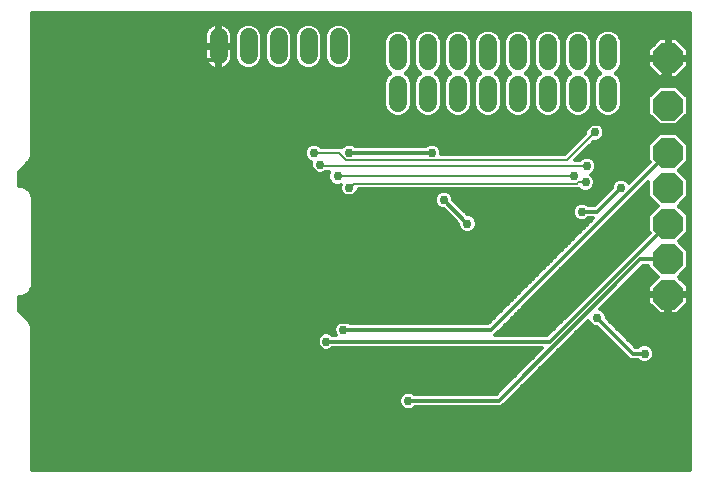
<source format=gbl>
G75*
%MOIN*%
%OFA0B0*%
%FSLAX25Y25*%
%IPPOS*%
%LPD*%
%AMOC8*
5,1,8,0,0,1.08239X$1,22.5*
%
%ADD10OC8,0.10000*%
%ADD11C,0.06000*%
%ADD12OC8,0.10050*%
%ADD13C,0.02978*%
%ADD14C,0.01200*%
%ADD15C,0.00600*%
D10*
X0229346Y0127705D03*
X0229346Y0143453D03*
D11*
X0209228Y0142421D02*
X0209228Y0148421D01*
X0199228Y0148421D02*
X0199228Y0142421D01*
X0199228Y0134642D02*
X0199228Y0128642D01*
X0209228Y0128642D02*
X0209228Y0134642D01*
X0189228Y0134642D02*
X0189228Y0128642D01*
X0179228Y0128642D02*
X0179228Y0134642D01*
X0169228Y0134642D02*
X0169228Y0128642D01*
X0159228Y0128642D02*
X0159228Y0134642D01*
X0149228Y0134642D02*
X0149228Y0128642D01*
X0139228Y0128642D02*
X0139228Y0134642D01*
X0139228Y0142421D02*
X0139228Y0148421D01*
X0149228Y0148421D02*
X0149228Y0142421D01*
X0159228Y0142421D02*
X0159228Y0148421D01*
X0169228Y0148421D02*
X0169228Y0142421D01*
X0179228Y0142421D02*
X0179228Y0148421D01*
X0189228Y0148421D02*
X0189228Y0142421D01*
X0119425Y0144390D02*
X0119425Y0150390D01*
X0109425Y0150390D02*
X0109425Y0144390D01*
X0099425Y0144390D02*
X0099425Y0150390D01*
X0089425Y0150390D02*
X0089425Y0144390D01*
X0079425Y0144390D02*
X0079425Y0150390D01*
D12*
X0229346Y0111957D03*
X0229346Y0100146D03*
X0229346Y0088335D03*
X0229346Y0076524D03*
X0229346Y0064713D03*
D13*
X0205724Y0056839D03*
X0221472Y0045028D03*
X0217535Y0037154D03*
X0205724Y0023374D03*
X0142732Y0029280D03*
X0142732Y0033134D03*
X0126984Y0041091D03*
X0115173Y0048965D03*
X0121079Y0052902D03*
X0125016Y0056839D03*
X0115173Y0033217D03*
X0081709Y0026330D03*
X0060055Y0025343D03*
X0056766Y0039198D03*
X0040370Y0037154D03*
X0123047Y0100146D03*
X0119110Y0104083D03*
X0113205Y0108020D03*
X0111236Y0111957D03*
X0123047Y0111957D03*
X0134728Y0115763D03*
X0150606Y0111957D03*
X0164386Y0121153D03*
X0142732Y0099305D03*
X0154543Y0096209D03*
X0162417Y0088335D03*
X0154543Y0080461D03*
X0162417Y0072587D03*
X0193913Y0072587D03*
X0202176Y0076524D03*
X0200577Y0092272D03*
X0201787Y0102114D03*
X0197850Y0104083D03*
X0202295Y0107512D03*
X0213598Y0100146D03*
X0204822Y0118765D03*
X0197850Y0119831D03*
X0056118Y0142969D03*
X0040370Y0141484D03*
D14*
X0017411Y0053817D02*
X0017411Y0006320D01*
X0236557Y0006320D01*
X0236557Y0158538D01*
X0017411Y0158538D01*
X0017411Y0111042D01*
X0016711Y0109351D01*
X0012811Y0105451D01*
X0012811Y0100959D01*
X0013756Y0100959D01*
X0015502Y0100236D01*
X0016838Y0098899D01*
X0017561Y0097153D01*
X0017561Y0067705D01*
X0016838Y0065959D01*
X0015502Y0064623D01*
X0013756Y0063900D01*
X0012811Y0063900D01*
X0012811Y0059407D01*
X0015417Y0056801D01*
X0016711Y0055507D01*
X0017411Y0053817D01*
X0017411Y0053256D02*
X0117990Y0053256D01*
X0117990Y0053516D02*
X0117990Y0052287D01*
X0118455Y0051165D01*
X0117342Y0051165D01*
X0116923Y0051583D01*
X0115788Y0052054D01*
X0114559Y0052054D01*
X0113423Y0051583D01*
X0112555Y0050714D01*
X0112084Y0049579D01*
X0112084Y0048350D01*
X0112555Y0047215D01*
X0113423Y0046346D01*
X0114559Y0045876D01*
X0115788Y0045876D01*
X0116923Y0046346D01*
X0117342Y0046765D01*
X0187211Y0046765D01*
X0171926Y0031480D01*
X0144901Y0031480D01*
X0144482Y0031898D01*
X0143347Y0032368D01*
X0142118Y0032368D01*
X0140983Y0031898D01*
X0140114Y0031029D01*
X0139643Y0029894D01*
X0139643Y0028665D01*
X0140114Y0027530D01*
X0140983Y0026661D01*
X0142118Y0026191D01*
X0143347Y0026191D01*
X0144482Y0026661D01*
X0144901Y0027080D01*
X0173748Y0027080D01*
X0175037Y0028368D01*
X0202711Y0056042D01*
X0203106Y0055089D01*
X0203975Y0054220D01*
X0205110Y0053750D01*
X0205702Y0053750D01*
X0215335Y0044116D01*
X0216624Y0042828D01*
X0219304Y0042828D01*
X0219723Y0042409D01*
X0220858Y0041939D01*
X0222087Y0041939D01*
X0223222Y0042409D01*
X0224091Y0043278D01*
X0224561Y0044413D01*
X0224561Y0045642D01*
X0224091Y0046777D01*
X0223222Y0047646D01*
X0222087Y0048117D01*
X0220858Y0048117D01*
X0219723Y0047646D01*
X0219304Y0047228D01*
X0218447Y0047228D01*
X0208813Y0056861D01*
X0208813Y0057453D01*
X0208343Y0058588D01*
X0207474Y0059457D01*
X0206521Y0059852D01*
X0220992Y0074324D01*
X0222721Y0074324D01*
X0222721Y0073779D01*
X0225883Y0070618D01*
X0222721Y0067457D01*
X0222721Y0065313D01*
X0228746Y0065313D01*
X0228746Y0064113D01*
X0222721Y0064113D01*
X0222721Y0061968D01*
X0226602Y0058088D01*
X0228746Y0058088D01*
X0228746Y0064113D01*
X0229946Y0064113D01*
X0229946Y0058088D01*
X0232091Y0058088D01*
X0235971Y0061968D01*
X0235971Y0064113D01*
X0229947Y0064113D01*
X0229947Y0065313D01*
X0235971Y0065313D01*
X0235971Y0067457D01*
X0232810Y0070618D01*
X0235971Y0073779D01*
X0235971Y0079268D01*
X0232810Y0082429D01*
X0235971Y0085590D01*
X0235971Y0091079D01*
X0232810Y0094240D01*
X0235971Y0097402D01*
X0235971Y0102890D01*
X0232810Y0106051D01*
X0235971Y0109213D01*
X0235971Y0114701D01*
X0232091Y0118582D01*
X0226602Y0118582D01*
X0222721Y0114701D01*
X0222721Y0109213D01*
X0223106Y0108828D01*
X0216196Y0101917D01*
X0215348Y0102764D01*
X0214213Y0103235D01*
X0212984Y0103235D01*
X0211849Y0102764D01*
X0210980Y0101895D01*
X0210509Y0100760D01*
X0210509Y0100168D01*
X0204813Y0094472D01*
X0202746Y0094472D01*
X0202327Y0094890D01*
X0201192Y0095361D01*
X0199963Y0095361D01*
X0198828Y0094890D01*
X0197959Y0094021D01*
X0197488Y0092886D01*
X0197488Y0091657D01*
X0197959Y0090522D01*
X0198828Y0089653D01*
X0199963Y0089183D01*
X0201192Y0089183D01*
X0202327Y0089653D01*
X0202746Y0090072D01*
X0204350Y0090072D01*
X0169380Y0055102D01*
X0123247Y0055102D01*
X0122828Y0055520D01*
X0121693Y0055991D01*
X0120464Y0055991D01*
X0119329Y0055520D01*
X0118460Y0054651D01*
X0117990Y0053516D01*
X0118379Y0054455D02*
X0017147Y0054455D01*
X0016564Y0055653D02*
X0119651Y0055653D01*
X0117996Y0055591D02*
X0112484Y0050078D01*
X0112484Y0047851D01*
X0115173Y0045162D01*
X0115173Y0033217D01*
X0115256Y0033134D01*
X0123047Y0033134D01*
X0126984Y0037071D01*
X0126984Y0041091D01*
X0123047Y0033134D02*
X0142732Y0033134D01*
X0140768Y0031683D02*
X0017411Y0031683D01*
X0017411Y0030485D02*
X0139888Y0030485D01*
X0139643Y0029286D02*
X0017411Y0029286D01*
X0017411Y0028088D02*
X0139882Y0028088D01*
X0140754Y0026889D02*
X0017411Y0026889D01*
X0017411Y0025691D02*
X0236557Y0025691D01*
X0236557Y0026889D02*
X0144710Y0026889D01*
X0142732Y0029280D02*
X0172837Y0029280D01*
X0220081Y0076524D01*
X0229346Y0076524D01*
X0235971Y0076028D02*
X0236557Y0076028D01*
X0236557Y0074830D02*
X0235971Y0074830D01*
X0235823Y0073631D02*
X0236557Y0073631D01*
X0236557Y0072433D02*
X0234625Y0072433D01*
X0233426Y0071234D02*
X0236557Y0071234D01*
X0236557Y0070036D02*
X0233393Y0070036D01*
X0234591Y0068837D02*
X0236557Y0068837D01*
X0236557Y0067639D02*
X0235790Y0067639D01*
X0235971Y0066440D02*
X0236557Y0066440D01*
X0236557Y0065242D02*
X0229947Y0065242D01*
X0229946Y0064043D02*
X0228746Y0064043D01*
X0228746Y0062845D02*
X0229946Y0062845D01*
X0229946Y0061646D02*
X0228746Y0061646D01*
X0228746Y0060448D02*
X0229946Y0060448D01*
X0229946Y0059249D02*
X0228746Y0059249D01*
X0225441Y0059249D02*
X0207682Y0059249D01*
X0207116Y0060448D02*
X0224242Y0060448D01*
X0223044Y0061646D02*
X0208315Y0061646D01*
X0209513Y0062845D02*
X0222721Y0062845D01*
X0222721Y0064043D02*
X0210712Y0064043D01*
X0211910Y0065242D02*
X0228746Y0065242D01*
X0224102Y0068837D02*
X0215506Y0068837D01*
X0216704Y0070036D02*
X0225300Y0070036D01*
X0225267Y0071234D02*
X0217903Y0071234D01*
X0219101Y0072433D02*
X0224068Y0072433D01*
X0222870Y0073631D02*
X0220300Y0073631D01*
X0215127Y0077227D02*
X0197728Y0077227D01*
X0197850Y0076524D02*
X0202176Y0076524D01*
X0200125Y0079624D02*
X0217524Y0079624D01*
X0218723Y0080822D02*
X0201323Y0080822D01*
X0202522Y0082021D02*
X0219921Y0082021D01*
X0221120Y0083219D02*
X0203720Y0083219D01*
X0204919Y0084418D02*
X0222318Y0084418D01*
X0223106Y0085206D02*
X0189065Y0051165D01*
X0171666Y0051165D01*
X0172491Y0051990D01*
X0222721Y0102220D01*
X0222721Y0097402D01*
X0225883Y0094240D01*
X0222721Y0091079D01*
X0222721Y0085590D01*
X0223106Y0085206D01*
X0222721Y0085616D02*
X0206117Y0085616D01*
X0207316Y0086815D02*
X0222721Y0086815D01*
X0222721Y0088013D02*
X0208514Y0088013D01*
X0209713Y0089212D02*
X0222721Y0089212D01*
X0222721Y0090410D02*
X0210911Y0090410D01*
X0212110Y0091609D02*
X0223251Y0091609D01*
X0224450Y0092807D02*
X0213308Y0092807D01*
X0214507Y0094006D02*
X0225648Y0094006D01*
X0224919Y0095204D02*
X0215705Y0095204D01*
X0216904Y0096403D02*
X0223720Y0096403D01*
X0222721Y0097601D02*
X0218102Y0097601D01*
X0219301Y0098800D02*
X0222721Y0098800D01*
X0222721Y0099998D02*
X0220499Y0099998D01*
X0221698Y0101197D02*
X0222721Y0101197D01*
X0219071Y0104792D02*
X0203800Y0104792D01*
X0203572Y0104698D02*
X0204045Y0104894D01*
X0204913Y0105763D01*
X0205384Y0106898D01*
X0205384Y0108127D01*
X0204913Y0109262D01*
X0204045Y0110131D01*
X0202909Y0110601D01*
X0201680Y0110601D01*
X0200545Y0110131D01*
X0199826Y0109412D01*
X0198156Y0109412D01*
X0204420Y0115676D01*
X0205436Y0115676D01*
X0206571Y0116146D01*
X0207440Y0117015D01*
X0207911Y0118150D01*
X0207911Y0119379D01*
X0207440Y0120515D01*
X0206571Y0121384D01*
X0205436Y0121854D01*
X0204207Y0121854D01*
X0203072Y0121384D01*
X0202203Y0120515D01*
X0201733Y0119379D01*
X0201733Y0118363D01*
X0194838Y0111468D01*
X0153695Y0111468D01*
X0153695Y0112571D01*
X0153225Y0113706D01*
X0152356Y0114575D01*
X0151221Y0115046D01*
X0149992Y0115046D01*
X0148857Y0114575D01*
X0148438Y0114157D01*
X0125216Y0114157D01*
X0124797Y0114575D01*
X0123662Y0115046D01*
X0122433Y0115046D01*
X0121297Y0114575D01*
X0120517Y0113795D01*
X0120456Y0113857D01*
X0113705Y0113857D01*
X0112986Y0114575D01*
X0111851Y0115046D01*
X0110622Y0115046D01*
X0109486Y0114575D01*
X0108618Y0113706D01*
X0108147Y0112571D01*
X0108147Y0111342D01*
X0108618Y0110207D01*
X0109486Y0109338D01*
X0110272Y0109012D01*
X0110116Y0108634D01*
X0110116Y0107405D01*
X0110586Y0106270D01*
X0111455Y0105401D01*
X0112590Y0104931D01*
X0113819Y0104931D01*
X0114954Y0105401D01*
X0115166Y0105612D01*
X0116400Y0105612D01*
X0116021Y0104697D01*
X0116021Y0103468D01*
X0116492Y0102333D01*
X0117360Y0101464D01*
X0118496Y0100994D01*
X0119725Y0100994D01*
X0120123Y0101159D01*
X0119958Y0100760D01*
X0119958Y0099531D01*
X0120429Y0098396D01*
X0121297Y0097527D01*
X0122433Y0097057D01*
X0123662Y0097057D01*
X0124797Y0097527D01*
X0125666Y0098396D01*
X0126136Y0099531D01*
X0126136Y0099794D01*
X0199627Y0099794D01*
X0199683Y0099850D01*
X0200038Y0099495D01*
X0201173Y0099025D01*
X0202402Y0099025D01*
X0203537Y0099495D01*
X0204406Y0100364D01*
X0204876Y0101500D01*
X0204876Y0102729D01*
X0204406Y0103864D01*
X0203572Y0104698D01*
X0204518Y0103594D02*
X0217872Y0103594D01*
X0216674Y0102395D02*
X0215717Y0102395D01*
X0211480Y0102395D02*
X0204876Y0102395D01*
X0204751Y0101197D02*
X0210690Y0101197D01*
X0210340Y0099998D02*
X0204040Y0099998D01*
X0207943Y0097601D02*
X0157310Y0097601D01*
X0157162Y0097958D02*
X0156293Y0098827D01*
X0155158Y0099298D01*
X0153929Y0099298D01*
X0152794Y0098827D01*
X0151925Y0097958D01*
X0151454Y0096823D01*
X0151454Y0095594D01*
X0151925Y0094459D01*
X0152794Y0093590D01*
X0153929Y0093120D01*
X0154521Y0093120D01*
X0159328Y0088312D01*
X0159328Y0087720D01*
X0159799Y0086585D01*
X0160668Y0085716D01*
X0161803Y0085246D01*
X0163032Y0085246D01*
X0164167Y0085716D01*
X0165036Y0086585D01*
X0165506Y0087720D01*
X0165506Y0088949D01*
X0165036Y0090084D01*
X0164167Y0090953D01*
X0163032Y0091424D01*
X0162440Y0091424D01*
X0157632Y0096231D01*
X0157632Y0096823D01*
X0157162Y0097958D01*
X0156321Y0098800D02*
X0209141Y0098800D01*
X0206744Y0096403D02*
X0157632Y0096403D01*
X0158659Y0095204D02*
X0199586Y0095204D01*
X0201569Y0095204D02*
X0205546Y0095204D01*
X0205724Y0092272D02*
X0200577Y0092272D01*
X0197488Y0092807D02*
X0161056Y0092807D01*
X0162254Y0091609D02*
X0197508Y0091609D01*
X0198070Y0090410D02*
X0164710Y0090410D01*
X0165397Y0089212D02*
X0199893Y0089212D01*
X0201262Y0089212D02*
X0203490Y0089212D01*
X0202292Y0088013D02*
X0165506Y0088013D01*
X0165131Y0086815D02*
X0201093Y0086815D01*
X0199895Y0085616D02*
X0163926Y0085616D01*
X0160908Y0085616D02*
X0017561Y0085616D01*
X0017561Y0084418D02*
X0198696Y0084418D01*
X0197498Y0083219D02*
X0017561Y0083219D01*
X0017561Y0082021D02*
X0196299Y0082021D01*
X0195101Y0080822D02*
X0017561Y0080822D01*
X0017561Y0079624D02*
X0193902Y0079624D01*
X0192704Y0078425D02*
X0017561Y0078425D01*
X0017561Y0077227D02*
X0191505Y0077227D01*
X0190307Y0076028D02*
X0017561Y0076028D01*
X0017561Y0074830D02*
X0189108Y0074830D01*
X0187910Y0073631D02*
X0017561Y0073631D01*
X0017561Y0072433D02*
X0186711Y0072433D01*
X0185513Y0071234D02*
X0017561Y0071234D01*
X0017561Y0070036D02*
X0184314Y0070036D01*
X0183116Y0068837D02*
X0017561Y0068837D01*
X0017534Y0067639D02*
X0181917Y0067639D01*
X0180719Y0066440D02*
X0017037Y0066440D01*
X0016120Y0065242D02*
X0179520Y0065242D01*
X0178322Y0064043D02*
X0014102Y0064043D01*
X0012811Y0062845D02*
X0177123Y0062845D01*
X0175925Y0061646D02*
X0012811Y0061646D01*
X0012811Y0060448D02*
X0174726Y0060448D01*
X0173528Y0059249D02*
X0012969Y0059249D01*
X0014167Y0058051D02*
X0172329Y0058051D01*
X0171130Y0056852D02*
X0015366Y0056852D01*
X0017411Y0052058D02*
X0118085Y0052058D01*
X0121079Y0052902D02*
X0170291Y0052902D01*
X0229346Y0111957D01*
X0233948Y0107189D02*
X0236557Y0107189D01*
X0236557Y0105991D02*
X0232870Y0105991D01*
X0234069Y0104792D02*
X0236557Y0104792D01*
X0236557Y0103594D02*
X0235267Y0103594D01*
X0235971Y0102395D02*
X0236557Y0102395D01*
X0236557Y0101197D02*
X0235971Y0101197D01*
X0235971Y0099998D02*
X0236557Y0099998D01*
X0236557Y0098800D02*
X0235971Y0098800D01*
X0235971Y0097601D02*
X0236557Y0097601D01*
X0236557Y0096403D02*
X0234973Y0096403D01*
X0233774Y0095204D02*
X0236557Y0095204D01*
X0236557Y0094006D02*
X0233044Y0094006D01*
X0234243Y0092807D02*
X0236557Y0092807D01*
X0236557Y0091609D02*
X0235441Y0091609D01*
X0235971Y0090410D02*
X0236557Y0090410D01*
X0236557Y0089212D02*
X0235971Y0089212D01*
X0235971Y0088013D02*
X0236557Y0088013D01*
X0236557Y0086815D02*
X0235971Y0086815D01*
X0235971Y0085616D02*
X0236557Y0085616D01*
X0236557Y0084418D02*
X0234799Y0084418D01*
X0233600Y0083219D02*
X0236557Y0083219D01*
X0236557Y0082021D02*
X0233218Y0082021D01*
X0234417Y0080822D02*
X0236557Y0080822D01*
X0236557Y0079624D02*
X0235616Y0079624D01*
X0235971Y0078425D02*
X0236557Y0078425D01*
X0236557Y0077227D02*
X0235971Y0077227D01*
X0222903Y0067639D02*
X0214307Y0067639D01*
X0213109Y0066440D02*
X0222721Y0066440D01*
X0211532Y0073631D02*
X0194132Y0073631D01*
X0193913Y0072587D02*
X0197850Y0076524D01*
X0196529Y0076028D02*
X0213929Y0076028D01*
X0212730Y0074830D02*
X0195331Y0074830D01*
X0192934Y0072433D02*
X0210333Y0072433D01*
X0209135Y0071234D02*
X0191735Y0071234D01*
X0190537Y0070036D02*
X0207936Y0070036D01*
X0206738Y0068837D02*
X0189338Y0068837D01*
X0188140Y0067639D02*
X0205539Y0067639D01*
X0204341Y0066440D02*
X0186941Y0066440D01*
X0185743Y0065242D02*
X0203142Y0065242D01*
X0201944Y0064043D02*
X0184544Y0064043D01*
X0183346Y0062845D02*
X0200745Y0062845D01*
X0199547Y0061646D02*
X0182147Y0061646D01*
X0180949Y0060448D02*
X0198348Y0060448D01*
X0197150Y0059249D02*
X0179750Y0059249D01*
X0178552Y0058051D02*
X0195951Y0058051D01*
X0194753Y0056852D02*
X0177353Y0056852D01*
X0176155Y0055653D02*
X0193554Y0055653D01*
X0192356Y0054455D02*
X0174956Y0054455D01*
X0173757Y0053256D02*
X0191157Y0053256D01*
X0189959Y0052058D02*
X0172559Y0052058D01*
X0169932Y0055653D02*
X0122507Y0055653D01*
X0123768Y0055591D02*
X0117996Y0055591D01*
X0123768Y0055591D02*
X0125016Y0056839D01*
X0115173Y0048965D02*
X0189976Y0048965D01*
X0229346Y0088335D01*
X0216326Y0078425D02*
X0198926Y0078425D01*
X0205724Y0092272D02*
X0213598Y0100146D01*
X0220269Y0105991D02*
X0205008Y0105991D01*
X0205384Y0107189D02*
X0221468Y0107189D01*
X0222666Y0108388D02*
X0205276Y0108388D01*
X0204589Y0109586D02*
X0222721Y0109586D01*
X0222721Y0110785D02*
X0199529Y0110785D01*
X0200000Y0109586D02*
X0198330Y0109586D01*
X0200727Y0111984D02*
X0222721Y0111984D01*
X0222721Y0113182D02*
X0201926Y0113182D01*
X0203124Y0114381D02*
X0222721Y0114381D01*
X0223600Y0115579D02*
X0204323Y0115579D01*
X0207203Y0116778D02*
X0224798Y0116778D01*
X0225997Y0117976D02*
X0207838Y0117976D01*
X0207911Y0119175D02*
X0236557Y0119175D01*
X0236557Y0120373D02*
X0207499Y0120373D01*
X0206118Y0121572D02*
X0226146Y0121572D01*
X0226613Y0121105D02*
X0232080Y0121105D01*
X0235946Y0124971D01*
X0235946Y0130439D01*
X0232080Y0134305D01*
X0226613Y0134305D01*
X0222746Y0130439D01*
X0222746Y0124971D01*
X0226613Y0121105D01*
X0224947Y0122770D02*
X0017411Y0122770D01*
X0017411Y0121572D02*
X0203526Y0121572D01*
X0203708Y0121454D02*
X0211285Y0121454D01*
X0229346Y0139516D01*
X0229346Y0143453D01*
X0228846Y0143145D02*
X0213828Y0143145D01*
X0213828Y0144343D02*
X0222746Y0144343D01*
X0222746Y0143953D02*
X0228846Y0143953D01*
X0228846Y0142953D01*
X0222746Y0142953D01*
X0222746Y0140719D01*
X0226613Y0136853D01*
X0228846Y0136853D01*
X0228846Y0142953D01*
X0229846Y0142953D01*
X0229846Y0136853D01*
X0232080Y0136853D01*
X0235946Y0140719D01*
X0235946Y0142953D01*
X0229847Y0142953D01*
X0229847Y0143953D01*
X0235946Y0143953D01*
X0235946Y0146187D01*
X0232080Y0150053D01*
X0229846Y0150053D01*
X0229846Y0143953D01*
X0228846Y0143953D01*
X0228846Y0150053D01*
X0226613Y0150053D01*
X0222746Y0146187D01*
X0222746Y0143953D01*
X0222746Y0145542D02*
X0213828Y0145542D01*
X0213828Y0146740D02*
X0223300Y0146740D01*
X0224499Y0147939D02*
X0213828Y0147939D01*
X0213828Y0149137D02*
X0225697Y0149137D01*
X0228846Y0149137D02*
X0229846Y0149137D01*
X0229846Y0147939D02*
X0228846Y0147939D01*
X0228846Y0146740D02*
X0229846Y0146740D01*
X0229846Y0145542D02*
X0228846Y0145542D01*
X0228846Y0144343D02*
X0229846Y0144343D01*
X0229847Y0143145D02*
X0236557Y0143145D01*
X0236557Y0144343D02*
X0235946Y0144343D01*
X0235946Y0145542D02*
X0236557Y0145542D01*
X0236557Y0146740D02*
X0235393Y0146740D01*
X0236557Y0147939D02*
X0234194Y0147939D01*
X0232996Y0149137D02*
X0236557Y0149137D01*
X0236557Y0150336D02*
X0213414Y0150336D01*
X0213128Y0151027D02*
X0211834Y0152321D01*
X0210143Y0153021D01*
X0208313Y0153021D01*
X0206623Y0152321D01*
X0205329Y0151027D01*
X0204628Y0149336D01*
X0204628Y0141506D01*
X0205329Y0139816D01*
X0206613Y0138531D01*
X0205329Y0137247D01*
X0204628Y0135557D01*
X0204628Y0127727D01*
X0205329Y0126036D01*
X0206623Y0124742D01*
X0208313Y0124042D01*
X0210143Y0124042D01*
X0211834Y0124742D01*
X0213128Y0126036D01*
X0213828Y0127727D01*
X0213828Y0135557D01*
X0213128Y0137247D01*
X0211844Y0138531D01*
X0213128Y0139816D01*
X0213828Y0141506D01*
X0213828Y0149336D01*
X0213128Y0151027D01*
X0212621Y0151534D02*
X0236557Y0151534D01*
X0236557Y0152733D02*
X0210839Y0152733D01*
X0207617Y0152733D02*
X0200839Y0152733D01*
X0200143Y0153021D02*
X0198313Y0153021D01*
X0196623Y0152321D01*
X0195329Y0151027D01*
X0194628Y0149336D01*
X0194628Y0141506D01*
X0195329Y0139816D01*
X0196613Y0138531D01*
X0195329Y0137247D01*
X0194628Y0135557D01*
X0194628Y0127727D01*
X0195329Y0126036D01*
X0196623Y0124742D01*
X0198313Y0124042D01*
X0200143Y0124042D01*
X0201834Y0124742D01*
X0203128Y0126036D01*
X0203828Y0127727D01*
X0203828Y0135557D01*
X0203128Y0137247D01*
X0201844Y0138531D01*
X0203128Y0139816D01*
X0203828Y0141506D01*
X0203828Y0149336D01*
X0203128Y0151027D01*
X0201834Y0152321D01*
X0200143Y0153021D01*
X0197617Y0152733D02*
X0190839Y0152733D01*
X0190143Y0153021D02*
X0188313Y0153021D01*
X0186623Y0152321D01*
X0185329Y0151027D01*
X0184628Y0149336D01*
X0184628Y0141506D01*
X0185329Y0139816D01*
X0186613Y0138531D01*
X0185329Y0137247D01*
X0184628Y0135557D01*
X0184628Y0127727D01*
X0185329Y0126036D01*
X0186623Y0124742D01*
X0188313Y0124042D01*
X0190143Y0124042D01*
X0191834Y0124742D01*
X0193128Y0126036D01*
X0193828Y0127727D01*
X0193828Y0135557D01*
X0193128Y0137247D01*
X0191844Y0138531D01*
X0193128Y0139816D01*
X0193828Y0141506D01*
X0193828Y0149336D01*
X0193128Y0151027D01*
X0191834Y0152321D01*
X0190143Y0153021D01*
X0187617Y0152733D02*
X0180839Y0152733D01*
X0180143Y0153021D02*
X0178313Y0153021D01*
X0176623Y0152321D01*
X0175329Y0151027D01*
X0174628Y0149336D01*
X0174628Y0141506D01*
X0175329Y0139816D01*
X0176613Y0138531D01*
X0175329Y0137247D01*
X0174628Y0135557D01*
X0174628Y0127727D01*
X0175329Y0126036D01*
X0176623Y0124742D01*
X0178313Y0124042D01*
X0180143Y0124042D01*
X0181834Y0124742D01*
X0183128Y0126036D01*
X0183828Y0127727D01*
X0183828Y0135557D01*
X0183128Y0137247D01*
X0181844Y0138531D01*
X0183128Y0139816D01*
X0183828Y0141506D01*
X0183828Y0149336D01*
X0183128Y0151027D01*
X0181834Y0152321D01*
X0180143Y0153021D01*
X0177617Y0152733D02*
X0170839Y0152733D01*
X0170143Y0153021D02*
X0168313Y0153021D01*
X0166623Y0152321D01*
X0165329Y0151027D01*
X0164628Y0149336D01*
X0164628Y0141506D01*
X0165329Y0139816D01*
X0166613Y0138531D01*
X0165329Y0137247D01*
X0164628Y0135557D01*
X0164628Y0127727D01*
X0165329Y0126036D01*
X0166623Y0124742D01*
X0168313Y0124042D01*
X0170143Y0124042D01*
X0171834Y0124742D01*
X0173128Y0126036D01*
X0173828Y0127727D01*
X0173828Y0135557D01*
X0173128Y0137247D01*
X0171844Y0138531D01*
X0173128Y0139816D01*
X0173828Y0141506D01*
X0173828Y0149336D01*
X0173128Y0151027D01*
X0171834Y0152321D01*
X0170143Y0153021D01*
X0167617Y0152733D02*
X0160839Y0152733D01*
X0160143Y0153021D02*
X0161834Y0152321D01*
X0163128Y0151027D01*
X0163828Y0149336D01*
X0163828Y0141506D01*
X0163128Y0139816D01*
X0161844Y0138531D01*
X0163128Y0137247D01*
X0163828Y0135557D01*
X0163828Y0127727D01*
X0163128Y0126036D01*
X0161834Y0124742D01*
X0160143Y0124042D01*
X0158313Y0124042D01*
X0156623Y0124742D01*
X0155329Y0126036D01*
X0154628Y0127727D01*
X0154628Y0135557D01*
X0155329Y0137247D01*
X0156613Y0138531D01*
X0155329Y0139816D01*
X0154628Y0141506D01*
X0154628Y0149336D01*
X0155329Y0151027D01*
X0156623Y0152321D01*
X0158313Y0153021D01*
X0160143Y0153021D01*
X0157617Y0152733D02*
X0150839Y0152733D01*
X0150143Y0153021D02*
X0151834Y0152321D01*
X0153128Y0151027D01*
X0153828Y0149336D01*
X0153828Y0141506D01*
X0153128Y0139816D01*
X0151844Y0138531D01*
X0153128Y0137247D01*
X0153828Y0135557D01*
X0153828Y0127727D01*
X0153128Y0126036D01*
X0151834Y0124742D01*
X0150143Y0124042D01*
X0148313Y0124042D01*
X0146623Y0124742D01*
X0145329Y0126036D01*
X0144628Y0127727D01*
X0144628Y0135557D01*
X0145329Y0137247D01*
X0146613Y0138531D01*
X0145329Y0139816D01*
X0144628Y0141506D01*
X0144628Y0149336D01*
X0145329Y0151027D01*
X0146623Y0152321D01*
X0148313Y0153021D01*
X0150143Y0153021D01*
X0147617Y0152733D02*
X0140839Y0152733D01*
X0140143Y0153021D02*
X0141834Y0152321D01*
X0143128Y0151027D01*
X0143828Y0149336D01*
X0143828Y0141506D01*
X0143128Y0139816D01*
X0141844Y0138531D01*
X0143128Y0137247D01*
X0143828Y0135557D01*
X0143828Y0127727D01*
X0143128Y0126036D01*
X0141834Y0124742D01*
X0140143Y0124042D01*
X0138313Y0124042D01*
X0136623Y0124742D01*
X0135329Y0126036D01*
X0134628Y0127727D01*
X0134628Y0135557D01*
X0135329Y0137247D01*
X0136613Y0138531D01*
X0135329Y0139816D01*
X0134628Y0141506D01*
X0134628Y0149336D01*
X0135329Y0151027D01*
X0136623Y0152321D01*
X0138313Y0153021D01*
X0140143Y0153021D01*
X0137617Y0152733D02*
X0123434Y0152733D01*
X0123325Y0152995D02*
X0122031Y0154289D01*
X0120340Y0154990D01*
X0118510Y0154990D01*
X0116820Y0154289D01*
X0115526Y0152995D01*
X0114825Y0151305D01*
X0114825Y0143475D01*
X0115526Y0141784D01*
X0116820Y0140490D01*
X0118510Y0139790D01*
X0120340Y0139790D01*
X0122031Y0140490D01*
X0123325Y0141784D01*
X0124025Y0143475D01*
X0124025Y0151305D01*
X0123325Y0152995D01*
X0122389Y0153931D02*
X0236557Y0153931D01*
X0236557Y0155130D02*
X0017411Y0155130D01*
X0017411Y0156328D02*
X0236557Y0156328D01*
X0236557Y0157527D02*
X0017411Y0157527D01*
X0017411Y0153931D02*
X0076474Y0153931D01*
X0076428Y0153898D02*
X0075917Y0153386D01*
X0075491Y0152801D01*
X0075162Y0152156D01*
X0074938Y0151467D01*
X0074825Y0150752D01*
X0074825Y0147790D01*
X0079025Y0147790D01*
X0079025Y0154984D01*
X0078348Y0154876D01*
X0077659Y0154653D01*
X0077014Y0154324D01*
X0076428Y0153898D01*
X0075456Y0152733D02*
X0017411Y0152733D01*
X0017411Y0151534D02*
X0074960Y0151534D01*
X0074825Y0150336D02*
X0017411Y0150336D01*
X0017411Y0149137D02*
X0074825Y0149137D01*
X0074825Y0147939D02*
X0017411Y0147939D01*
X0017411Y0146740D02*
X0074825Y0146740D01*
X0074825Y0146990D02*
X0074825Y0144028D01*
X0074938Y0143313D01*
X0075162Y0142624D01*
X0075491Y0141979D01*
X0075917Y0141393D01*
X0076428Y0140881D01*
X0077014Y0140455D01*
X0077659Y0140127D01*
X0078348Y0139903D01*
X0079025Y0139796D01*
X0079025Y0146990D01*
X0074825Y0146990D01*
X0074825Y0145542D02*
X0017411Y0145542D01*
X0017411Y0144343D02*
X0074825Y0144343D01*
X0074993Y0143145D02*
X0017411Y0143145D01*
X0017411Y0141946D02*
X0075515Y0141946D01*
X0076612Y0140748D02*
X0017411Y0140748D01*
X0017411Y0139549D02*
X0135595Y0139549D01*
X0134943Y0140748D02*
X0122289Y0140748D01*
X0123392Y0141946D02*
X0134628Y0141946D01*
X0134628Y0143145D02*
X0123889Y0143145D01*
X0124025Y0144343D02*
X0134628Y0144343D01*
X0134628Y0145542D02*
X0124025Y0145542D01*
X0124025Y0146740D02*
X0134628Y0146740D01*
X0134628Y0147939D02*
X0124025Y0147939D01*
X0124025Y0149137D02*
X0134628Y0149137D01*
X0135042Y0150336D02*
X0124025Y0150336D01*
X0123930Y0151534D02*
X0135836Y0151534D01*
X0142621Y0151534D02*
X0145836Y0151534D01*
X0145042Y0150336D02*
X0143414Y0150336D01*
X0143828Y0149137D02*
X0144628Y0149137D01*
X0144628Y0147939D02*
X0143828Y0147939D01*
X0143828Y0146740D02*
X0144628Y0146740D01*
X0144628Y0145542D02*
X0143828Y0145542D01*
X0143828Y0144343D02*
X0144628Y0144343D01*
X0144628Y0143145D02*
X0143828Y0143145D01*
X0143828Y0141946D02*
X0144628Y0141946D01*
X0144943Y0140748D02*
X0143514Y0140748D01*
X0142862Y0139549D02*
X0145595Y0139549D01*
X0146432Y0138351D02*
X0142025Y0138351D01*
X0143167Y0137152D02*
X0145289Y0137152D01*
X0144793Y0135954D02*
X0143664Y0135954D01*
X0143828Y0134755D02*
X0144628Y0134755D01*
X0144628Y0133557D02*
X0143828Y0133557D01*
X0143828Y0132358D02*
X0144628Y0132358D01*
X0144628Y0131160D02*
X0143828Y0131160D01*
X0143828Y0129961D02*
X0144628Y0129961D01*
X0144628Y0128763D02*
X0143828Y0128763D01*
X0143761Y0127564D02*
X0144696Y0127564D01*
X0145192Y0126366D02*
X0143265Y0126366D01*
X0142259Y0125167D02*
X0146198Y0125167D01*
X0152259Y0125167D02*
X0156198Y0125167D01*
X0155192Y0126366D02*
X0153265Y0126366D01*
X0153761Y0127564D02*
X0154696Y0127564D01*
X0154628Y0128763D02*
X0153828Y0128763D01*
X0153828Y0129961D02*
X0154628Y0129961D01*
X0154628Y0131160D02*
X0153828Y0131160D01*
X0153828Y0132358D02*
X0154628Y0132358D01*
X0154628Y0133557D02*
X0153828Y0133557D01*
X0153828Y0134755D02*
X0154628Y0134755D01*
X0154793Y0135954D02*
X0153664Y0135954D01*
X0153167Y0137152D02*
X0155289Y0137152D01*
X0156432Y0138351D02*
X0152025Y0138351D01*
X0152862Y0139549D02*
X0155595Y0139549D01*
X0154943Y0140748D02*
X0153514Y0140748D01*
X0153828Y0141946D02*
X0154628Y0141946D01*
X0154628Y0143145D02*
X0153828Y0143145D01*
X0153828Y0144343D02*
X0154628Y0144343D01*
X0154628Y0145542D02*
X0153828Y0145542D01*
X0153828Y0146740D02*
X0154628Y0146740D01*
X0154628Y0147939D02*
X0153828Y0147939D01*
X0153828Y0149137D02*
X0154628Y0149137D01*
X0155042Y0150336D02*
X0153414Y0150336D01*
X0152621Y0151534D02*
X0155836Y0151534D01*
X0162621Y0151534D02*
X0165836Y0151534D01*
X0165042Y0150336D02*
X0163414Y0150336D01*
X0163828Y0149137D02*
X0164628Y0149137D01*
X0164628Y0147939D02*
X0163828Y0147939D01*
X0163828Y0146740D02*
X0164628Y0146740D01*
X0164628Y0145542D02*
X0163828Y0145542D01*
X0163828Y0144343D02*
X0164628Y0144343D01*
X0164628Y0143145D02*
X0163828Y0143145D01*
X0163828Y0141946D02*
X0164628Y0141946D01*
X0164943Y0140748D02*
X0163514Y0140748D01*
X0162862Y0139549D02*
X0165595Y0139549D01*
X0166432Y0138351D02*
X0162025Y0138351D01*
X0163167Y0137152D02*
X0165289Y0137152D01*
X0164793Y0135954D02*
X0163664Y0135954D01*
X0163828Y0134755D02*
X0164628Y0134755D01*
X0164628Y0133557D02*
X0163828Y0133557D01*
X0163828Y0132358D02*
X0164628Y0132358D01*
X0164628Y0131160D02*
X0163828Y0131160D01*
X0163828Y0129961D02*
X0164628Y0129961D01*
X0164628Y0128763D02*
X0163828Y0128763D01*
X0163761Y0127564D02*
X0164696Y0127564D01*
X0165192Y0126366D02*
X0163265Y0126366D01*
X0162259Y0125167D02*
X0166198Y0125167D01*
X0164386Y0121153D02*
X0158996Y0115763D01*
X0134728Y0115763D01*
X0124992Y0114381D02*
X0148662Y0114381D01*
X0152551Y0114381D02*
X0197750Y0114381D01*
X0198949Y0115579D02*
X0017411Y0115579D01*
X0017411Y0114381D02*
X0109292Y0114381D01*
X0108400Y0113182D02*
X0017411Y0113182D01*
X0017411Y0111984D02*
X0108147Y0111984D01*
X0108378Y0110785D02*
X0017305Y0110785D01*
X0016808Y0109586D02*
X0109238Y0109586D01*
X0110116Y0108388D02*
X0015748Y0108388D01*
X0014549Y0107189D02*
X0110205Y0107189D01*
X0110865Y0105991D02*
X0013351Y0105991D01*
X0012811Y0104792D02*
X0116061Y0104792D01*
X0116021Y0103594D02*
X0012811Y0103594D01*
X0012811Y0102395D02*
X0116466Y0102395D01*
X0118005Y0101197D02*
X0012811Y0101197D01*
X0015739Y0099998D02*
X0119958Y0099998D01*
X0120261Y0098800D02*
X0016879Y0098800D01*
X0017375Y0097601D02*
X0121223Y0097601D01*
X0119831Y0097457D02*
X0079425Y0137862D01*
X0079425Y0143453D01*
X0078942Y0142969D01*
X0056118Y0142969D01*
X0054633Y0141484D01*
X0040370Y0141484D01*
X0055635Y0143453D02*
X0056118Y0142969D01*
X0079025Y0143145D02*
X0079825Y0143145D01*
X0079425Y0143453D02*
X0079425Y0147390D01*
X0079025Y0147790D02*
X0079025Y0146990D01*
X0079825Y0146990D01*
X0079825Y0147790D01*
X0079025Y0147790D01*
X0079025Y0147939D02*
X0079825Y0147939D01*
X0079825Y0147790D02*
X0079825Y0154984D01*
X0080502Y0154876D01*
X0081191Y0154653D01*
X0081836Y0154324D01*
X0082422Y0153898D01*
X0082934Y0153386D01*
X0083359Y0152801D01*
X0083688Y0152156D01*
X0083912Y0151467D01*
X0084025Y0150752D01*
X0084025Y0147790D01*
X0079825Y0147790D01*
X0079825Y0146990D02*
X0084025Y0146990D01*
X0084025Y0144028D01*
X0083912Y0143313D01*
X0083688Y0142624D01*
X0083359Y0141979D01*
X0082934Y0141393D01*
X0082422Y0140881D01*
X0081836Y0140455D01*
X0081191Y0140127D01*
X0080502Y0139903D01*
X0079825Y0139796D01*
X0079825Y0146990D01*
X0079825Y0146740D02*
X0079025Y0146740D01*
X0079025Y0145542D02*
X0079825Y0145542D01*
X0079825Y0144343D02*
X0079025Y0144343D01*
X0079025Y0141946D02*
X0079825Y0141946D01*
X0079825Y0140748D02*
X0079025Y0140748D01*
X0082238Y0140748D02*
X0086562Y0140748D01*
X0086820Y0140490D02*
X0088510Y0139790D01*
X0090340Y0139790D01*
X0092031Y0140490D01*
X0093325Y0141784D01*
X0094025Y0143475D01*
X0094025Y0151305D01*
X0093325Y0152995D01*
X0092031Y0154289D01*
X0090340Y0154990D01*
X0088510Y0154990D01*
X0086820Y0154289D01*
X0085526Y0152995D01*
X0084825Y0151305D01*
X0084825Y0143475D01*
X0085526Y0141784D01*
X0086820Y0140490D01*
X0085458Y0141946D02*
X0083336Y0141946D01*
X0083857Y0143145D02*
X0084962Y0143145D01*
X0084825Y0144343D02*
X0084025Y0144343D01*
X0084025Y0145542D02*
X0084825Y0145542D01*
X0084825Y0146740D02*
X0084025Y0146740D01*
X0084025Y0147939D02*
X0084825Y0147939D01*
X0084825Y0149137D02*
X0084025Y0149137D01*
X0084025Y0150336D02*
X0084825Y0150336D01*
X0084920Y0151534D02*
X0083890Y0151534D01*
X0083394Y0152733D02*
X0085417Y0152733D01*
X0086461Y0153931D02*
X0082377Y0153931D01*
X0079825Y0153931D02*
X0079025Y0153931D01*
X0079025Y0152733D02*
X0079825Y0152733D01*
X0079825Y0151534D02*
X0079025Y0151534D01*
X0079025Y0150336D02*
X0079825Y0150336D01*
X0079825Y0149137D02*
X0079025Y0149137D01*
X0092389Y0153931D02*
X0096461Y0153931D01*
X0096820Y0154289D02*
X0095526Y0152995D01*
X0094825Y0151305D01*
X0094825Y0143475D01*
X0095526Y0141784D01*
X0096820Y0140490D01*
X0098510Y0139790D01*
X0100340Y0139790D01*
X0102031Y0140490D01*
X0103325Y0141784D01*
X0104025Y0143475D01*
X0104025Y0151305D01*
X0103325Y0152995D01*
X0102031Y0154289D01*
X0100340Y0154990D01*
X0098510Y0154990D01*
X0096820Y0154289D01*
X0095417Y0152733D02*
X0093434Y0152733D01*
X0093930Y0151534D02*
X0094920Y0151534D01*
X0094825Y0150336D02*
X0094025Y0150336D01*
X0094025Y0149137D02*
X0094825Y0149137D01*
X0094825Y0147939D02*
X0094025Y0147939D01*
X0094025Y0146740D02*
X0094825Y0146740D01*
X0094825Y0145542D02*
X0094025Y0145542D01*
X0094025Y0144343D02*
X0094825Y0144343D01*
X0094962Y0143145D02*
X0093889Y0143145D01*
X0093392Y0141946D02*
X0095458Y0141946D01*
X0096562Y0140748D02*
X0092289Y0140748D01*
X0102289Y0140748D02*
X0106562Y0140748D01*
X0106820Y0140490D02*
X0105526Y0141784D01*
X0104825Y0143475D01*
X0104825Y0151305D01*
X0105526Y0152995D01*
X0106820Y0154289D01*
X0108510Y0154990D01*
X0110340Y0154990D01*
X0112031Y0154289D01*
X0113325Y0152995D01*
X0114025Y0151305D01*
X0114025Y0143475D01*
X0113325Y0141784D01*
X0112031Y0140490D01*
X0110340Y0139790D01*
X0108510Y0139790D01*
X0106820Y0140490D01*
X0105458Y0141946D02*
X0103392Y0141946D01*
X0103889Y0143145D02*
X0104962Y0143145D01*
X0104825Y0144343D02*
X0104025Y0144343D01*
X0104025Y0145542D02*
X0104825Y0145542D01*
X0104825Y0146740D02*
X0104025Y0146740D01*
X0104025Y0147939D02*
X0104825Y0147939D01*
X0104825Y0149137D02*
X0104025Y0149137D01*
X0104025Y0150336D02*
X0104825Y0150336D01*
X0104920Y0151534D02*
X0103930Y0151534D01*
X0103434Y0152733D02*
X0105417Y0152733D01*
X0106461Y0153931D02*
X0102389Y0153931D01*
X0112389Y0153931D02*
X0116461Y0153931D01*
X0115417Y0152733D02*
X0113434Y0152733D01*
X0113930Y0151534D02*
X0114920Y0151534D01*
X0114825Y0150336D02*
X0114025Y0150336D01*
X0114025Y0149137D02*
X0114825Y0149137D01*
X0114825Y0147939D02*
X0114025Y0147939D01*
X0114025Y0146740D02*
X0114825Y0146740D01*
X0114825Y0145542D02*
X0114025Y0145542D01*
X0114025Y0144343D02*
X0114825Y0144343D01*
X0114962Y0143145D02*
X0113889Y0143145D01*
X0113392Y0141946D02*
X0115458Y0141946D01*
X0116562Y0140748D02*
X0112289Y0140748D01*
X0134793Y0135954D02*
X0017411Y0135954D01*
X0017411Y0137152D02*
X0135289Y0137152D01*
X0136432Y0138351D02*
X0017411Y0138351D01*
X0017411Y0134755D02*
X0134628Y0134755D01*
X0134628Y0133557D02*
X0017411Y0133557D01*
X0017411Y0132358D02*
X0134628Y0132358D01*
X0134628Y0131160D02*
X0017411Y0131160D01*
X0017411Y0129961D02*
X0134628Y0129961D01*
X0134628Y0128763D02*
X0017411Y0128763D01*
X0017411Y0127564D02*
X0134696Y0127564D01*
X0135192Y0126366D02*
X0017411Y0126366D01*
X0017411Y0125167D02*
X0136198Y0125167D01*
X0121103Y0114381D02*
X0113181Y0114381D01*
X0123047Y0111957D02*
X0150606Y0111957D01*
X0153695Y0111984D02*
X0195353Y0111984D01*
X0196552Y0113182D02*
X0153442Y0113182D01*
X0164386Y0121153D02*
X0165708Y0119831D01*
X0197850Y0119831D01*
X0202085Y0119831D01*
X0203708Y0121454D01*
X0202144Y0120373D02*
X0017411Y0120373D01*
X0017411Y0119175D02*
X0201733Y0119175D01*
X0201346Y0117976D02*
X0017411Y0117976D01*
X0017411Y0116778D02*
X0200147Y0116778D01*
X0202259Y0125167D02*
X0206198Y0125167D01*
X0205192Y0126366D02*
X0203265Y0126366D01*
X0203761Y0127564D02*
X0204696Y0127564D01*
X0204628Y0128763D02*
X0203828Y0128763D01*
X0203828Y0129961D02*
X0204628Y0129961D01*
X0204628Y0131160D02*
X0203828Y0131160D01*
X0203828Y0132358D02*
X0204628Y0132358D01*
X0204628Y0133557D02*
X0203828Y0133557D01*
X0203828Y0134755D02*
X0204628Y0134755D01*
X0204793Y0135954D02*
X0203664Y0135954D01*
X0203167Y0137152D02*
X0205289Y0137152D01*
X0206432Y0138351D02*
X0202025Y0138351D01*
X0202862Y0139549D02*
X0205595Y0139549D01*
X0204943Y0140748D02*
X0203514Y0140748D01*
X0203828Y0141946D02*
X0204628Y0141946D01*
X0204628Y0143145D02*
X0203828Y0143145D01*
X0203828Y0144343D02*
X0204628Y0144343D01*
X0204628Y0145542D02*
X0203828Y0145542D01*
X0203828Y0146740D02*
X0204628Y0146740D01*
X0204628Y0147939D02*
X0203828Y0147939D01*
X0203828Y0149137D02*
X0204628Y0149137D01*
X0205042Y0150336D02*
X0203414Y0150336D01*
X0202621Y0151534D02*
X0205836Y0151534D01*
X0195836Y0151534D02*
X0192621Y0151534D01*
X0193414Y0150336D02*
X0195042Y0150336D01*
X0194628Y0149137D02*
X0193828Y0149137D01*
X0193828Y0147939D02*
X0194628Y0147939D01*
X0194628Y0146740D02*
X0193828Y0146740D01*
X0193828Y0145542D02*
X0194628Y0145542D01*
X0194628Y0144343D02*
X0193828Y0144343D01*
X0193828Y0143145D02*
X0194628Y0143145D01*
X0194628Y0141946D02*
X0193828Y0141946D01*
X0193514Y0140748D02*
X0194943Y0140748D01*
X0195595Y0139549D02*
X0192862Y0139549D01*
X0192025Y0138351D02*
X0196432Y0138351D01*
X0195289Y0137152D02*
X0193167Y0137152D01*
X0193664Y0135954D02*
X0194793Y0135954D01*
X0194628Y0134755D02*
X0193828Y0134755D01*
X0193828Y0133557D02*
X0194628Y0133557D01*
X0194628Y0132358D02*
X0193828Y0132358D01*
X0193828Y0131160D02*
X0194628Y0131160D01*
X0194628Y0129961D02*
X0193828Y0129961D01*
X0193828Y0128763D02*
X0194628Y0128763D01*
X0194696Y0127564D02*
X0193761Y0127564D01*
X0193265Y0126366D02*
X0195192Y0126366D01*
X0196198Y0125167D02*
X0192259Y0125167D01*
X0186198Y0125167D02*
X0182259Y0125167D01*
X0183265Y0126366D02*
X0185192Y0126366D01*
X0184696Y0127564D02*
X0183761Y0127564D01*
X0183828Y0128763D02*
X0184628Y0128763D01*
X0184628Y0129961D02*
X0183828Y0129961D01*
X0183828Y0131160D02*
X0184628Y0131160D01*
X0184628Y0132358D02*
X0183828Y0132358D01*
X0183828Y0133557D02*
X0184628Y0133557D01*
X0184628Y0134755D02*
X0183828Y0134755D01*
X0183664Y0135954D02*
X0184793Y0135954D01*
X0185289Y0137152D02*
X0183167Y0137152D01*
X0182025Y0138351D02*
X0186432Y0138351D01*
X0185595Y0139549D02*
X0182862Y0139549D01*
X0183514Y0140748D02*
X0184943Y0140748D01*
X0184628Y0141946D02*
X0183828Y0141946D01*
X0183828Y0143145D02*
X0184628Y0143145D01*
X0184628Y0144343D02*
X0183828Y0144343D01*
X0183828Y0145542D02*
X0184628Y0145542D01*
X0184628Y0146740D02*
X0183828Y0146740D01*
X0183828Y0147939D02*
X0184628Y0147939D01*
X0184628Y0149137D02*
X0183828Y0149137D01*
X0183414Y0150336D02*
X0185042Y0150336D01*
X0185836Y0151534D02*
X0182621Y0151534D01*
X0175836Y0151534D02*
X0172621Y0151534D01*
X0173414Y0150336D02*
X0175042Y0150336D01*
X0174628Y0149137D02*
X0173828Y0149137D01*
X0173828Y0147939D02*
X0174628Y0147939D01*
X0174628Y0146740D02*
X0173828Y0146740D01*
X0173828Y0145542D02*
X0174628Y0145542D01*
X0174628Y0144343D02*
X0173828Y0144343D01*
X0173828Y0143145D02*
X0174628Y0143145D01*
X0174628Y0141946D02*
X0173828Y0141946D01*
X0173514Y0140748D02*
X0174943Y0140748D01*
X0175595Y0139549D02*
X0172862Y0139549D01*
X0172025Y0138351D02*
X0176432Y0138351D01*
X0175289Y0137152D02*
X0173167Y0137152D01*
X0173664Y0135954D02*
X0174793Y0135954D01*
X0174628Y0134755D02*
X0173828Y0134755D01*
X0173828Y0133557D02*
X0174628Y0133557D01*
X0174628Y0132358D02*
X0173828Y0132358D01*
X0173828Y0131160D02*
X0174628Y0131160D01*
X0174628Y0129961D02*
X0173828Y0129961D01*
X0173828Y0128763D02*
X0174628Y0128763D01*
X0174696Y0127564D02*
X0173761Y0127564D01*
X0173265Y0126366D02*
X0175192Y0126366D01*
X0176198Y0125167D02*
X0172259Y0125167D01*
X0142732Y0099305D02*
X0154543Y0087494D01*
X0154543Y0080461D01*
X0162417Y0072587D01*
X0159703Y0086815D02*
X0017561Y0086815D01*
X0017561Y0088013D02*
X0159328Y0088013D01*
X0158429Y0089212D02*
X0017561Y0089212D01*
X0017561Y0090410D02*
X0157230Y0090410D01*
X0156032Y0091609D02*
X0017561Y0091609D01*
X0017561Y0092807D02*
X0154833Y0092807D01*
X0152378Y0094006D02*
X0017561Y0094006D01*
X0017561Y0095204D02*
X0151616Y0095204D01*
X0151454Y0096403D02*
X0017561Y0096403D01*
X0017411Y0123969D02*
X0223749Y0123969D01*
X0222746Y0125167D02*
X0212259Y0125167D01*
X0213265Y0126366D02*
X0222746Y0126366D01*
X0222746Y0127564D02*
X0213761Y0127564D01*
X0213828Y0128763D02*
X0222746Y0128763D01*
X0222746Y0129961D02*
X0213828Y0129961D01*
X0213828Y0131160D02*
X0223468Y0131160D01*
X0224666Y0132358D02*
X0213828Y0132358D01*
X0213828Y0133557D02*
X0225865Y0133557D01*
X0226313Y0137152D02*
X0213167Y0137152D01*
X0213664Y0135954D02*
X0236557Y0135954D01*
X0236557Y0137152D02*
X0232380Y0137152D01*
X0233578Y0138351D02*
X0236557Y0138351D01*
X0236557Y0139549D02*
X0234777Y0139549D01*
X0235946Y0140748D02*
X0236557Y0140748D01*
X0236557Y0141946D02*
X0235946Y0141946D01*
X0229846Y0141946D02*
X0228846Y0141946D01*
X0228846Y0140748D02*
X0229846Y0140748D01*
X0229846Y0139549D02*
X0228846Y0139549D01*
X0228846Y0138351D02*
X0229846Y0138351D01*
X0229846Y0137152D02*
X0228846Y0137152D01*
X0225115Y0138351D02*
X0212025Y0138351D01*
X0212862Y0139549D02*
X0223916Y0139549D01*
X0222746Y0140748D02*
X0213514Y0140748D01*
X0213828Y0141946D02*
X0222746Y0141946D01*
X0213828Y0134755D02*
X0236557Y0134755D01*
X0236557Y0133557D02*
X0232828Y0133557D01*
X0234027Y0132358D02*
X0236557Y0132358D01*
X0236557Y0131160D02*
X0235225Y0131160D01*
X0235946Y0129961D02*
X0236557Y0129961D01*
X0236557Y0128763D02*
X0235946Y0128763D01*
X0235946Y0127564D02*
X0236557Y0127564D01*
X0236557Y0126366D02*
X0235946Y0126366D01*
X0235946Y0125167D02*
X0236557Y0125167D01*
X0236557Y0123969D02*
X0234944Y0123969D01*
X0233746Y0122770D02*
X0236557Y0122770D01*
X0236557Y0121572D02*
X0232547Y0121572D01*
X0232696Y0117976D02*
X0236557Y0117976D01*
X0236557Y0116778D02*
X0233895Y0116778D01*
X0235093Y0115579D02*
X0236557Y0115579D01*
X0236557Y0114381D02*
X0235971Y0114381D01*
X0235971Y0113182D02*
X0236557Y0113182D01*
X0236557Y0111984D02*
X0235971Y0111984D01*
X0235971Y0110785D02*
X0236557Y0110785D01*
X0236557Y0109586D02*
X0235971Y0109586D01*
X0236557Y0108388D02*
X0235147Y0108388D01*
X0197952Y0094006D02*
X0159857Y0094006D01*
X0154543Y0096209D02*
X0162417Y0088335D01*
X0151777Y0097601D02*
X0124871Y0097601D01*
X0124161Y0097457D02*
X0119831Y0097457D01*
X0124161Y0097457D02*
X0126009Y0099305D01*
X0142732Y0099305D01*
X0152766Y0098800D02*
X0125833Y0098800D01*
X0112700Y0050859D02*
X0017411Y0050859D01*
X0017411Y0049661D02*
X0112118Y0049661D01*
X0112084Y0048462D02*
X0017411Y0048462D01*
X0017411Y0047264D02*
X0112534Y0047264D01*
X0114101Y0046065D02*
X0017411Y0046065D01*
X0017411Y0044867D02*
X0185313Y0044867D01*
X0186512Y0046065D02*
X0116246Y0046065D01*
X0144697Y0031683D02*
X0172129Y0031683D01*
X0173328Y0032882D02*
X0017411Y0032882D01*
X0017411Y0034080D02*
X0174526Y0034080D01*
X0175725Y0035279D02*
X0017411Y0035279D01*
X0017411Y0036477D02*
X0176923Y0036477D01*
X0178122Y0037676D02*
X0017411Y0037676D01*
X0017411Y0038874D02*
X0179320Y0038874D01*
X0180519Y0040073D02*
X0017411Y0040073D01*
X0017411Y0041271D02*
X0181717Y0041271D01*
X0182916Y0042470D02*
X0017411Y0042470D01*
X0017411Y0043668D02*
X0184115Y0043668D01*
X0186741Y0040073D02*
X0236557Y0040073D01*
X0236557Y0041271D02*
X0187940Y0041271D01*
X0189139Y0042470D02*
X0219662Y0042470D01*
X0223283Y0042470D02*
X0236557Y0042470D01*
X0236557Y0043668D02*
X0224253Y0043668D01*
X0224561Y0044867D02*
X0236557Y0044867D01*
X0236557Y0046065D02*
X0224386Y0046065D01*
X0223605Y0047264D02*
X0236557Y0047264D01*
X0236557Y0048462D02*
X0217212Y0048462D01*
X0218410Y0047264D02*
X0219340Y0047264D01*
X0217535Y0045028D02*
X0221472Y0045028D01*
X0217535Y0045028D02*
X0205724Y0056839D01*
X0202872Y0055653D02*
X0202322Y0055653D01*
X0201124Y0054455D02*
X0203740Y0054455D01*
X0206195Y0053256D02*
X0199925Y0053256D01*
X0198727Y0052058D02*
X0207394Y0052058D01*
X0208592Y0050859D02*
X0197528Y0050859D01*
X0196330Y0049661D02*
X0209791Y0049661D01*
X0210989Y0048462D02*
X0195131Y0048462D01*
X0193933Y0047264D02*
X0212188Y0047264D01*
X0213386Y0046065D02*
X0192734Y0046065D01*
X0191536Y0044867D02*
X0214585Y0044867D01*
X0215783Y0043668D02*
X0190337Y0043668D01*
X0185543Y0038874D02*
X0236557Y0038874D01*
X0236557Y0037676D02*
X0184344Y0037676D01*
X0183146Y0036477D02*
X0236557Y0036477D01*
X0236557Y0035279D02*
X0181947Y0035279D01*
X0180749Y0034080D02*
X0236557Y0034080D01*
X0236557Y0032882D02*
X0179550Y0032882D01*
X0178352Y0031683D02*
X0236557Y0031683D01*
X0236557Y0030485D02*
X0177153Y0030485D01*
X0175955Y0029286D02*
X0236557Y0029286D01*
X0236557Y0028088D02*
X0174756Y0028088D01*
X0205724Y0023374D02*
X0217535Y0035185D01*
X0217535Y0037154D01*
X0216013Y0049661D02*
X0236557Y0049661D01*
X0236557Y0050859D02*
X0214815Y0050859D01*
X0213616Y0052058D02*
X0236557Y0052058D01*
X0236557Y0053256D02*
X0212418Y0053256D01*
X0211219Y0054455D02*
X0236557Y0054455D01*
X0236557Y0055653D02*
X0210021Y0055653D01*
X0208822Y0056852D02*
X0236557Y0056852D01*
X0236557Y0058051D02*
X0208566Y0058051D01*
X0233252Y0059249D02*
X0236557Y0059249D01*
X0236557Y0060448D02*
X0234451Y0060448D01*
X0235649Y0061646D02*
X0236557Y0061646D01*
X0236557Y0062845D02*
X0235971Y0062845D01*
X0235971Y0064043D02*
X0236557Y0064043D01*
X0236557Y0024492D02*
X0017411Y0024492D01*
X0017411Y0023294D02*
X0236557Y0023294D01*
X0236557Y0022095D02*
X0017411Y0022095D01*
X0017411Y0020897D02*
X0236557Y0020897D01*
X0236557Y0019698D02*
X0017411Y0019698D01*
X0017411Y0018500D02*
X0236557Y0018500D01*
X0236557Y0017301D02*
X0017411Y0017301D01*
X0017411Y0016103D02*
X0236557Y0016103D01*
X0236557Y0014904D02*
X0017411Y0014904D01*
X0017411Y0013706D02*
X0236557Y0013706D01*
X0236557Y0012507D02*
X0017411Y0012507D01*
X0017411Y0011309D02*
X0236557Y0011309D01*
X0236557Y0010110D02*
X0017411Y0010110D01*
X0017411Y0008912D02*
X0236557Y0008912D01*
X0236557Y0007713D02*
X0017411Y0007713D01*
X0017411Y0006515D02*
X0236557Y0006515D01*
X0081709Y0026330D02*
X0080722Y0025343D01*
X0060055Y0025343D01*
X0056766Y0028631D01*
X0056766Y0039198D01*
X0054722Y0037154D01*
X0040370Y0037154D01*
D15*
X0123047Y0100146D02*
X0124595Y0101694D01*
X0198840Y0101694D01*
X0199260Y0102114D01*
X0201787Y0102114D01*
X0197850Y0104083D02*
X0119110Y0104083D01*
X0122058Y0109568D02*
X0195625Y0109568D01*
X0204822Y0118765D01*
X0202295Y0107512D02*
X0113712Y0107512D01*
X0113205Y0108020D01*
X0111236Y0111957D02*
X0119669Y0111957D01*
X0122058Y0109568D01*
M02*

</source>
